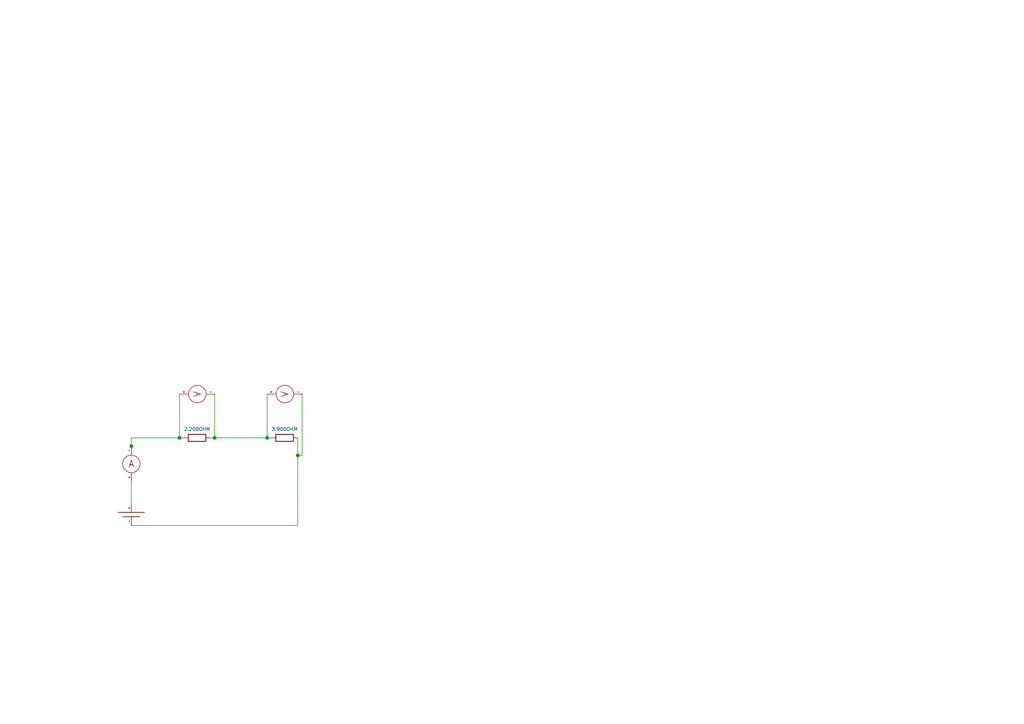
<source format=kicad_sch>
(kicad_sch (version 20230121) (generator eeschema)
  (paper "A4")
  (lib_symbols
    (symbol "Device:R" (pin_numbers hide) (pin_names (offset 0))
      (property "Reference" "R" (at 2.032 0 90))
      (property "Value" "R" (at 0 0 90))
      (symbol "R_0_1"
        (rectangle (start -1.016 -2.54) (end 1.016 2.54) (stroke (width 0.254)))
      )
      (symbol "R_1_1"
        (pin passive line (at 0 3.81 270) (length 1.27) (name "~") (number "1"))
        (pin passive line (at 0 -3.81 90) (length 1.27) (name "~") (number "2"))
      )
    )
    (symbol "my_components:AD"
      (property "Reference" "AD" (at -6.35 0 90))
      (symbol "AD_1_1"
        (rectangle (start -3.81 -0.01) (end 3.81 -0.01) (stroke (width 0.2)) (fill (type outline)))
        (rectangle (start -2.54 -1.28) (end 2.54 -1.28) (stroke (width 0.2)) (fill (type outline)))
        (pin output line (at 0 2.49 270) (length 2.5) (name "") (number "+"))
        (pin input line (at 0 -3.81 90) (length 2.5) (name "") (number "-"))
      )
    )
    (symbol "my_components:Ammeter"
      (property "Reference" "Ammeter" (at -5.08 0 90))
      (symbol "Ammeter_0_1"
        (circle (center 0 0.07) (radius 2.54))
      )
      (symbol "Ammeter_1_0"
        (text "A" (at 0 0.07 0) (effects (font (size 2 2))))
      )
      (symbol "Ammeter_1_1"
        (pin input line (at 0 -5.08 90) (length 2.5) (name "") (number "+"))
        (pin output line (at 0 5.22 270) (length 2.5) (name "") (number "-"))
      )
    )
    (symbol "my_components:Volmeter"
      (property "Reference" "Volmeter" (at -5.08 0 90))
      (symbol "Volmeter_0_1"
        (circle (center 0 0.07) (radius 2.54))
      )
      (symbol "Volmeter_1_0"
        (text "V\n" (at 0 0.07 0) (effects (font (size 2 2))))
      )
      (symbol "Volmeter_1_1"
        (pin input line (at 0 -5.08 90) (length 2.5) (name "") (number "+"))
        (pin output line (at 0 5.22 270) (length 2.5) (name "") (number "-"))
      )
    )
  )
  (junction (at 62.23 127))
  (junction (at 86.36 132.08))
  (junction (at 52.07 127))
  (junction (at 38.1 129.4))
  (junction (at 77.47 127))
  (wire (pts (xy 38.1 127) (xy 52.07 127)))
  (wire (pts (xy 86.36 132.08) (xy 86.36 152.4)))
  (wire (pts (xy 60.96 127) (xy 62.23 127)))
  (wire (pts (xy 86.36 152.4) (xy 38.1 152.4)))
  (wire (pts (xy 77.47 114.3) (xy 77.47 127)))
  (wire (pts (xy 86.36 127) (xy 86.36 132.08)))
  (wire (pts (xy 52.07 114.3) (xy 52.07 127)))
  (wire (pts (xy 38.1 129.54) (xy 38.1 129.4)))
  (wire (pts (xy 38.1 129.4) (xy 38.1 127)))
  (wire (pts (xy 87.63 132.08) (xy 86.36 132.08)))
  (wire (pts (xy 62.23 114.3) (xy 62.23 127)))
  (wire (pts (xy 77.47 127) (xy 78.74 127)))
  (wire (pts (xy 52.07 127) (xy 53.34 127)))
  (wire (pts (xy 38.1 139.7) (xy 38.1 146.05)))
  (wire (pts (xy 62.23 127) (xy 77.47 127)))
  (wire (pts (xy 87.63 114.3) (xy 87.63 132.08)))
  (symbol (lib_id "my_components:Volmeter") (at 57.15 114.3 270) (unit 1)
    (property "Reference" "Volmeter1" (effects hide))
    (property "Value" "~" (at 57.15 114.3 0))
  )
  (symbol (lib_id "my_components:AD") (at 38.1 148.59 0) (unit 1)
    (property "Reference" "AD1" (effects hide))
    (property "Value" "~" (at 38.1 148.59 0))
  )
  (symbol (lib_id "Device:R") (at 57.15 127 270) (unit 1)
    (property "Reference" "R1" (effects hide))
    (property "Value" "2.200OHM" (at 57.15 124.46 90) (effects (font (size 1 1))))
  )
  (symbol (lib_id "my_components:Ammeter") (at 38.1 134.62 0) (unit 1)
    (property "Reference" "Ammeter1" (effects hide))
    (property "Value" "~" (at 38.1 134.62 0))
  )
  (symbol (lib_id "my_components:Volmeter") (at 82.55 114.3 270) (unit 1)
    (property "Reference" "Volmeter2" (effects hide))
    (property "Value" "~" (at 82.55 114.3 0))
  )
  (symbol (lib_id "Device:R") (at 82.55 127 270) (unit 1)
    (property "Reference" "R2" (effects hide))
    (property "Value" "3.900OHM" (at 82.55 124.46 90) (effects (font (size 1 1))))
  )
)
</source>
